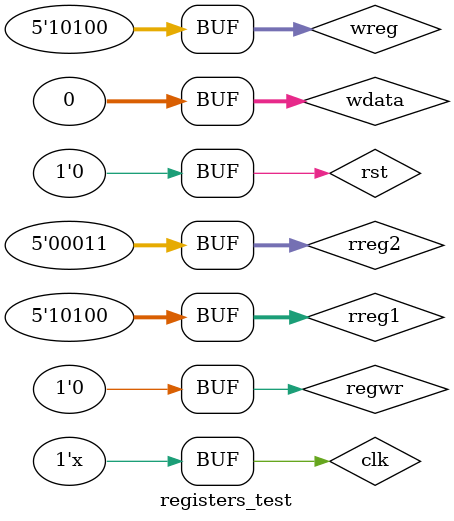
<source format=v>
module registers_test();
	reg clk, rst;

	initial begin
		clk = 1;
		rst = 1;
		#120 rst = 0;
	end
	always #100 clk = ~clk;

	reg	regwr;
	reg	[4:0]	rreg1, rreg2, wreg;
	reg	[31:0]	wdata;
	wire	[31:0]	rdata1, rdata2;
	
	initial begin
		regwr=1;
		rreg1=5'b00001;
		rreg2=5'b00010;
		wreg=5'b10100;
		wdata=32'b0000_0000_0000_0000_0000_0000_0000_1111;

		#200 regwr=1;
		rreg1=5'b00001;
		rreg2=5'b00010;
		wreg=5'b00011;
		wdata=32'b0000_0000_0000_1111_0000_0000_0000_0000;
			
		#200 regwr=0;
		rreg1=5'b10100;
		rreg2=5'b00011;
		wreg=5'b10100;
		wdata=32'b0000_0000_0000_0000_0000_0000_0000_0000;
	end


	registers register(clk,regwr,rreg1,rreg2,wreg,wdata,rdata1,rdata2);
endmodule

</source>
